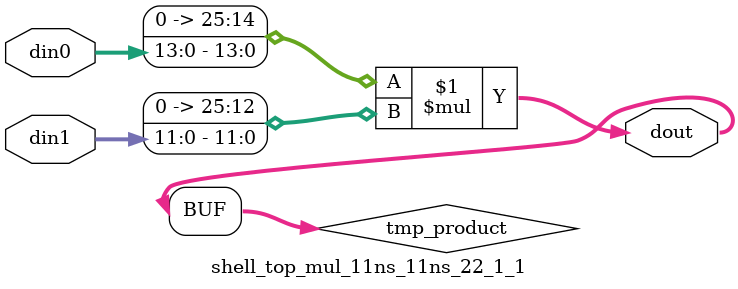
<source format=v>

`timescale 1 ns / 1 ps

  module shell_top_mul_11ns_11ns_22_1_1(din0, din1, dout);
parameter ID = 1;
parameter NUM_STAGE = 0;
parameter din0_WIDTH = 14;
parameter din1_WIDTH = 12;
parameter dout_WIDTH = 26;

input [din0_WIDTH - 1 : 0] din0; 
input [din1_WIDTH - 1 : 0] din1; 
output [dout_WIDTH - 1 : 0] dout;

wire signed [dout_WIDTH - 1 : 0] tmp_product;










assign tmp_product = $signed({1'b0, din0}) * $signed({1'b0, din1});











assign dout = tmp_product;







endmodule

</source>
